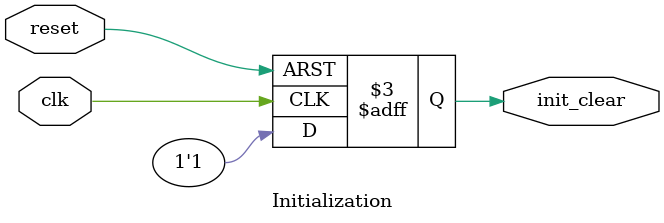
<source format=v>
module Initialization (
    input wire clk,
    input wire reset,
    output reg init_clear                              


);
always @(posedge clk or posedge reset) begin
        if (~reset) begin
            init_clear <= 1'b1;
        end else begin
            init_clear <= 1'b0;
        end
    end


    
endmodule
</source>
